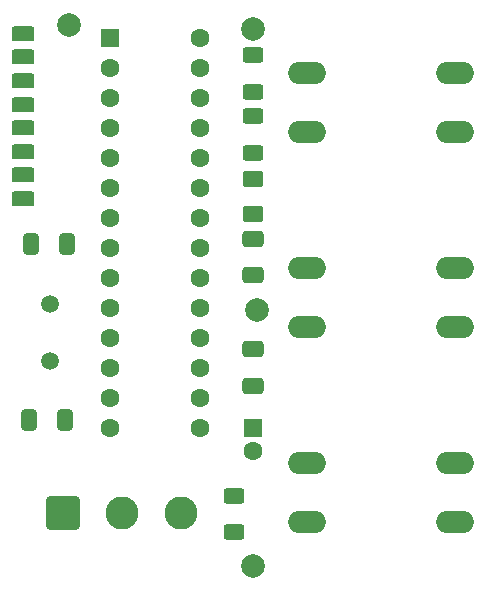
<source format=gbr>
%TF.GenerationSoftware,KiCad,Pcbnew,9.0.1*%
%TF.CreationDate,2025-06-03T10:55:25+05:30*%
%TF.ProjectId,lighting_pcb_tht,6c696768-7469-46e6-975f-7063625f7468,rev?*%
%TF.SameCoordinates,Original*%
%TF.FileFunction,Soldermask,Top*%
%TF.FilePolarity,Negative*%
%FSLAX46Y46*%
G04 Gerber Fmt 4.6, Leading zero omitted, Abs format (unit mm)*
G04 Created by KiCad (PCBNEW 9.0.1) date 2025-06-03 10:55:25*
%MOMM*%
%LPD*%
G01*
G04 APERTURE LIST*
G04 Aperture macros list*
%AMRoundRect*
0 Rectangle with rounded corners*
0 $1 Rounding radius*
0 $2 $3 $4 $5 $6 $7 $8 $9 X,Y pos of 4 corners*
0 Add a 4 corners polygon primitive as box body*
4,1,4,$2,$3,$4,$5,$6,$7,$8,$9,$2,$3,0*
0 Add four circle primitives for the rounded corners*
1,1,$1+$1,$2,$3*
1,1,$1+$1,$4,$5*
1,1,$1+$1,$6,$7*
1,1,$1+$1,$8,$9*
0 Add four rect primitives between the rounded corners*
20,1,$1+$1,$2,$3,$4,$5,0*
20,1,$1+$1,$4,$5,$6,$7,0*
20,1,$1+$1,$6,$7,$8,$9,0*
20,1,$1+$1,$8,$9,$2,$3,0*%
G04 Aperture macros list end*
%ADD10RoundRect,0.250001X-0.624999X0.462499X-0.624999X-0.462499X0.624999X-0.462499X0.624999X0.462499X0*%
%ADD11RoundRect,0.250000X-0.625000X0.400000X-0.625000X-0.400000X0.625000X-0.400000X0.625000X0.400000X0*%
%ADD12RoundRect,0.190500X-0.762000X-0.444500X0.762000X-0.444500X0.762000X0.444500X-0.762000X0.444500X0*%
%ADD13RoundRect,0.250000X-0.550000X-0.550000X0.550000X-0.550000X0.550000X0.550000X-0.550000X0.550000X0*%
%ADD14C,1.600000*%
%ADD15C,2.000000*%
%ADD16O,3.200000X1.900000*%
%ADD17R,1.600000X1.600000*%
%ADD18C,2.800000*%
%ADD19RoundRect,0.250001X-1.149999X-1.149999X1.149999X-1.149999X1.149999X1.149999X-1.149999X1.149999X0*%
%ADD20RoundRect,0.250000X0.412500X0.650000X-0.412500X0.650000X-0.412500X-0.650000X0.412500X-0.650000X0*%
%ADD21RoundRect,0.250000X-0.650000X0.412500X-0.650000X-0.412500X0.650000X-0.412500X0.650000X0.412500X0*%
%ADD22RoundRect,0.250000X0.650000X-0.412500X0.650000X0.412500X-0.650000X0.412500X-0.650000X-0.412500X0*%
%ADD23C,1.500000*%
G04 APERTURE END LIST*
D10*
%TO.C,D1*%
X21000000Y-17995000D03*
X21000000Y-15020000D03*
%TD*%
D11*
%TO.C,R1*%
X21000000Y-4537500D03*
X21000000Y-7637500D03*
%TD*%
D12*
%TO.C,U2*%
X1500000Y-2690000D03*
X1500000Y-4690000D03*
X1500000Y-6690000D03*
X1500000Y-8690000D03*
X1500000Y-10690000D03*
X1500000Y-12690000D03*
X1500000Y-14690000D03*
X1500000Y-16690000D03*
%TD*%
D13*
%TO.C,U1*%
X8890000Y-3050000D03*
D14*
X8890000Y-5590000D03*
X8890000Y-8130000D03*
X8890000Y-10670000D03*
X8890000Y-13210000D03*
X8890000Y-15750000D03*
X8890000Y-18290000D03*
X8890000Y-20830000D03*
X8890000Y-23370000D03*
X8890000Y-25910000D03*
X8890000Y-28450000D03*
X8890000Y-30990000D03*
X8890000Y-33530000D03*
X8890000Y-36070000D03*
X16510000Y-36070000D03*
X16510000Y-33530000D03*
X16510000Y-30990000D03*
X16510000Y-28450000D03*
X16510000Y-25910000D03*
X16510000Y-23370000D03*
X16510000Y-20830000D03*
X16510000Y-18290000D03*
X16510000Y-15750000D03*
X16510000Y-13210000D03*
X16510000Y-10670000D03*
X16510000Y-8130000D03*
X16510000Y-5590000D03*
X16510000Y-3050000D03*
%TD*%
D15*
%TO.C,H4*%
X21000000Y-47770000D03*
%TD*%
D16*
%TO.C,SW3*%
X38100000Y-44010000D03*
X25600000Y-44010000D03*
X38100000Y-39010000D03*
X25600000Y-39010000D03*
%TD*%
%TO.C,SW2*%
X38100000Y-27510000D03*
X25600000Y-27510000D03*
X38100000Y-22510000D03*
X25600000Y-22510000D03*
%TD*%
D14*
%TO.C,C3*%
X21000000Y-38050000D03*
D17*
X21000000Y-36050000D03*
%TD*%
D18*
%TO.C,J1*%
X14860000Y-43270000D03*
X9860000Y-43270000D03*
D19*
X4860000Y-43270000D03*
%TD*%
D15*
%TO.C,H2*%
X20980000Y-2260000D03*
%TD*%
D11*
%TO.C,R2*%
X19380000Y-44910000D03*
X19380000Y-41810000D03*
%TD*%
D20*
%TO.C,C2*%
X2157500Y-20510000D03*
X5282500Y-20510000D03*
%TD*%
D15*
%TO.C,H3*%
X21300000Y-26120000D03*
%TD*%
%TO.C,H1*%
X5370000Y-2000000D03*
%TD*%
D21*
%TO.C,C5*%
X21000000Y-32490000D03*
X21000000Y-29365000D03*
%TD*%
D22*
%TO.C,C1*%
X21000000Y-20037500D03*
X21000000Y-23162500D03*
%TD*%
D11*
%TO.C,R3*%
X21000000Y-12797500D03*
X21000000Y-9697500D03*
%TD*%
D20*
%TO.C,C4*%
X1985000Y-35400000D03*
X5110000Y-35400000D03*
%TD*%
D16*
%TO.C,SW1*%
X38100000Y-11000000D03*
X25600000Y-11000000D03*
X38100000Y-6000000D03*
X25600000Y-6000000D03*
%TD*%
D23*
%TO.C,Y1*%
X3790000Y-30420000D03*
X3790000Y-25540000D03*
%TD*%
M02*

</source>
